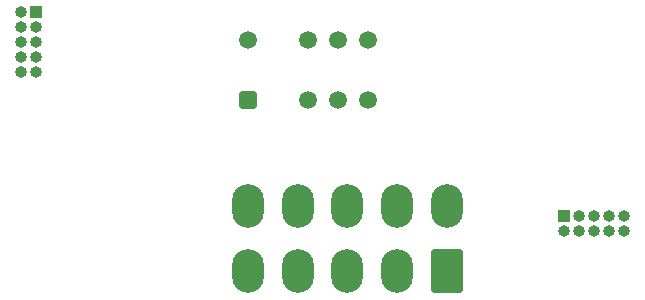
<source format=gbr>
%TF.GenerationSoftware,KiCad,Pcbnew,9.0.3*%
%TF.CreationDate,2025-07-22T11:40:29+03:00*%
%TF.ProjectId,mini_board_relay_analog,6d696e69-5f62-46f6-9172-645f72656c61,rev?*%
%TF.SameCoordinates,Original*%
%TF.FileFunction,Soldermask,Bot*%
%TF.FilePolarity,Negative*%
%FSLAX46Y46*%
G04 Gerber Fmt 4.6, Leading zero omitted, Abs format (unit mm)*
G04 Created by KiCad (PCBNEW 9.0.3) date 2025-07-22 11:40:29*
%MOMM*%
%LPD*%
G01*
G04 APERTURE LIST*
G04 Aperture macros list*
%AMRoundRect*
0 Rectangle with rounded corners*
0 $1 Rounding radius*
0 $2 $3 $4 $5 $6 $7 $8 $9 X,Y pos of 4 corners*
0 Add a 4 corners polygon primitive as box body*
4,1,4,$2,$3,$4,$5,$6,$7,$8,$9,$2,$3,0*
0 Add four circle primitives for the rounded corners*
1,1,$1+$1,$2,$3*
1,1,$1+$1,$4,$5*
1,1,$1+$1,$6,$7*
1,1,$1+$1,$8,$9*
0 Add four rect primitives between the rounded corners*
20,1,$1+$1,$2,$3,$4,$5,0*
20,1,$1+$1,$4,$5,$6,$7,0*
20,1,$1+$1,$6,$7,$8,$9,0*
20,1,$1+$1,$8,$9,$2,$3,0*%
G04 Aperture macros list end*
%ADD10R,1.000000X1.000000*%
%ADD11O,1.000000X1.000000*%
%ADD12RoundRect,0.250500X0.499500X-0.499500X0.499500X0.499500X-0.499500X0.499500X-0.499500X-0.499500X0*%
%ADD13C,1.500000*%
%ADD14RoundRect,0.250001X1.099999X1.599999X-1.099999X1.599999X-1.099999X-1.599999X1.099999X-1.599999X0*%
%ADD15O,2.700000X3.700000*%
G04 APERTURE END LIST*
D10*
%TO.C,J2*%
X102694000Y-95908000D03*
D11*
X101424000Y-95908000D03*
X102694000Y-97178000D03*
X101424000Y-97178000D03*
X102694000Y-98448000D03*
X101424000Y-98448000D03*
X102694000Y-99718000D03*
X101424000Y-99718000D03*
X102694000Y-100988000D03*
X101424000Y-100988000D03*
%TD*%
D12*
%TO.C,U2*%
X120620000Y-103320000D03*
D13*
X125700000Y-103320000D03*
X128240000Y-103320000D03*
X130780000Y-103320000D03*
X130780000Y-98240000D03*
X128240000Y-98240000D03*
X125700000Y-98240000D03*
X120620000Y-98240000D03*
%TD*%
D14*
%TO.C,J3*%
X137435000Y-117800000D03*
D15*
X133235000Y-117800000D03*
X129035000Y-117800000D03*
X124835000Y-117800000D03*
X120635000Y-117800000D03*
X137435000Y-112300000D03*
X133235000Y-112300000D03*
X129035000Y-112300000D03*
X124835000Y-112300000D03*
X120635000Y-112300000D03*
%TD*%
D10*
%TO.C,J1*%
X147399000Y-113180000D03*
D11*
X147399000Y-114450000D03*
X148669000Y-113180000D03*
X148669000Y-114450000D03*
X149939000Y-113180000D03*
X149939000Y-114450000D03*
X151209000Y-113180000D03*
X151209000Y-114450000D03*
X152479000Y-113180000D03*
X152479000Y-114450000D03*
%TD*%
M02*

</source>
